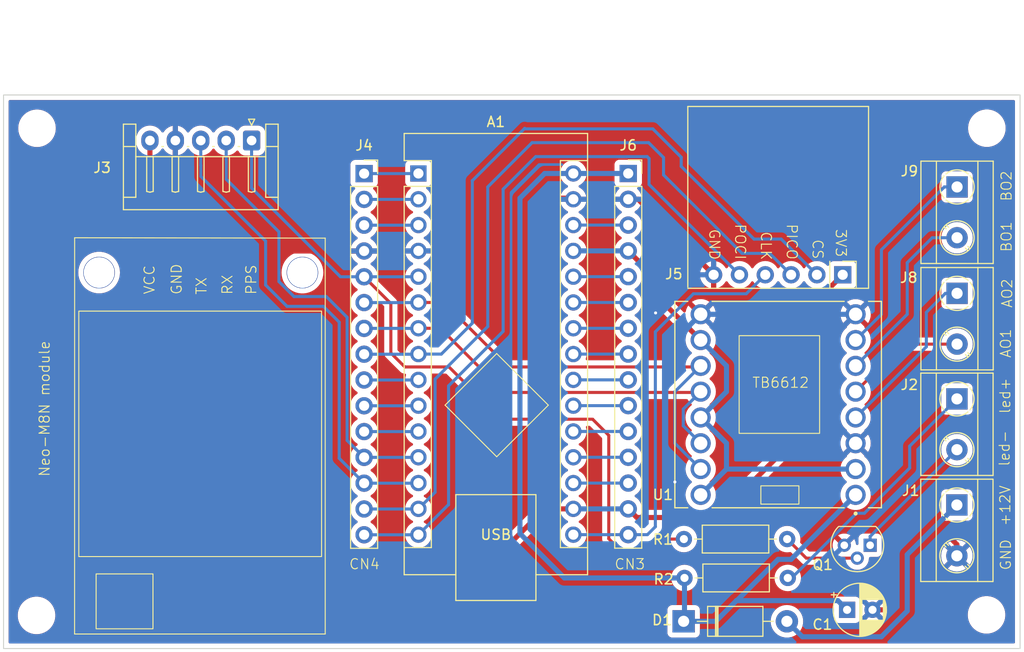
<source format=kicad_pcb>
(kicad_pcb (version 20240108) (generator "pcbnew") (generator_version "8.0")
  (layers (0 "F.Cu" signal) (31 "B.Cu" signal) (34 "B.Paste" user) (35 "F.Paste" user) (36 "B.SilkS" user "B.Silkscreen") (37 "F.SilkS" user "F.Silkscreen") (38 "B.Mask" user) (39 "F.Mask" user) (44 "Edge.Cuts" user))
  (net 0 "")
  (net 1 "/+12V")
  (net 2 "Net-(D1-A)")
  (net 3 "Net-(J2-Pin_1)")
  (net 4 "Net-(J2-Pin_2)")
  (net 5 "Net-(J8-Pin_2)")
  (net 6 "Net-(Q1-B)")
  (net 7 "/MCU_5V")
  (net 8 "/PA15")
  (net 9 "GND")
  (net 10 "/PA4")
  (net 11 "/PB7")
  (net 12 "/PA12")
  (net 13 "/NRSTA")
  (net 14 "/PA7")
  (net 15 "/PB4")
  (net 16 "/PA6{slash}PA15")
  (net 17 "/PA11")
  (net 18 "/PF0")
  (net 19 "/PB0")
  (net 20 "/PA10")
  (net 21 "/PA8")
  (net 22 "/AVDD")
  (net 23 "/PA9")
  (net 24 "/PB3{slash}PB8")
  (net 25 "/PA2")
  (net 26 "/PA0")
  (net 27 "Net-(J8-Pin_1)")
  (net 28 "Net-(J9-Pin_2)")
  (net 29 "Net-(J9-Pin_1)")
  (net 30 "/PA3")
  (net 31 "/PA1")
  (net 32 "/PB6")
  (net 33 "/MCU_3V3")
  (net 34 "/PB5")
  (net 35 "/PA5{slash}PB7")
  (net 36 "/PF1")
  (net 37 "/NRSTB")
  (footprint "Resistor_THT:R_Axial_DIN0207_L6.3mm_D2.5mm_P10.16mm_Horizontal" (layer "F.Cu") (at 117.727354 94.522835)
    (property "Reference" "R1" (at -2.061037 0.036544 0) (layer "F.SilkS"))
    (property "Value" "47k")
    (pad "1" thru_hole circle (at 0 0) (size 1.6 1.6) (drill 0.8) (layers "*.Cu" "*.Mask") (net 12 "/PA12"))
    (pad "2" thru_hole oval (at 10.16 0) (size 1.6 1.6) (drill 0.8) (layers "*.Cu" "*.Mask") (net 6 "Net-(Q1-B)"))
  )
  (footprint "Variants:TerminalBlock_RND_1x02_P5.00mm_Horizontal_Small_Courtyard" (layer "F.Cu") (at 144.602109 59.854998 -90)
    (property "Reference" "J9" (at -1.554758 4.689994 0) (layer "F.SilkS"))
    (property "Value" "LCD-B")
    (pad "1" thru_hole rect (at 0 0 270) (size 2.1 2.1) (drill 1.1) (layers "*.Cu" "*.Mask") (net 29 "Net-(J9-Pin_1)"))
    (pad "2" thru_hole circle (at 5 0 270) (size 2.1 2.1) (drill 1.1) (layers "*.Cu" "*.Mask") (net 28 "Net-(J9-Pin_2)"))
  )
  (footprint "TB6612_Module_ROB-144450:TB6612_Module_ROB-14450" (layer "F.Cu") (at 127 81.28 180)
    (property "Reference" "U1" (at 11.336696 -8.883344 0) (layer "F.SilkS"))
    (property "Value" "ROB-14450")
    (pad "1" thru_hole circle (at -7.62 -8.89 180) (size 1.98 1.98) (drill 1.32) (layers "*.Cu" "*.Mask") (net 1 "/+12V"))
    (pad "2" thru_hole circle (at -7.62 -6.35 180) (size 1.98 1.98) (drill 1.32) (layers "*.Cu" "*.Mask") (net 7 "/MCU_5V"))
    (pad "3" thru_hole circle (at -7.62 -3.81 180) (size 1.98 1.98) (drill 1.32) (layers "*.Cu" "*.Mask") (net 9 "GND"))
    (pad "4" thru_hole circle (at -7.62 -1.27 180) (size 1.98 1.98) (drill 1.32) (layers "*.Cu" "*.Mask") (net 27 "Net-(J8-Pin_1)"))
    (pad "5" thru_hole circle (at -7.62 1.27 180) (size 1.98 1.98) (drill 1.32) (layers "*.Cu" "*.Mask") (net 5 "Net-(J8-Pin_2)"))
    (pad "6" thru_hole circle (at -7.62 3.81 180) (size 1.98 1.98) (drill 1.32) (layers "*.Cu" "*.Mask") (net 28 "Net-(J9-Pin_2)"))
    (pad "7" thru_hole circle (at -7.62 6.35 180) (size 1.98 1.98) (drill 1.32) (layers "*.Cu" "*.Mask") (net 29 "Net-(J9-Pin_1)"))
    (pad "8" thru_hole circle (at -7.62 8.89 180) (size 1.98 1.98) (drill 1.32) (layers "*.Cu" "*.Mask") (net 9 "GND"))
    (pad "9" thru_hole circle (at 7.62 8.89 180) (size 1.98 1.98) (drill 1.32) (layers "*.Cu" "*.Mask") (net 9 "GND"))
    (pad "10" thru_hole circle (at 7.62 6.35 180) (size 1.98 1.98) (drill 1.32) (layers "*.Cu" "*.Mask") (net 7 "/MCU_5V"))
    (pad "11" thru_hole circle (at 7.62 3.81 180) (size 1.98 1.98) (drill 1.32) (layers "*.Cu" "*.Mask") (net 19 "/PB0"))
    (pad "12" thru_hole circle (at 7.62 1.27 180) (size 1.98 1.98) (drill 1.32) (layers "*.Cu" "*.Mask") (net 11 "/PB7"))
    (pad "13" thru_hole circle (at 7.62 -1.27 180) (size 1.98 1.98) (drill 1.32) (layers "*.Cu" "*.Mask") (net 7 "/MCU_5V"))
    (pad "14" thru_hole circle (at 7.62 -3.81 180) (size 1.98 1.98) (drill 1.32) (layers "*.Cu" "*.Mask") (net 11 "/PB7"))
    (pad "15" thru_hole circle (at 7.62 -6.35 180) (size 1.98 1.98) (drill 1.32) (layers "*.Cu" "*.Mask") (net 19 "/PB0"))
    (pad "16" thru_hole circle (at 7.62 -8.89 180) (size 1.98 1.98) (drill 1.32) (layers "*.Cu" "*.Mask") (net 7 "/MCU_5V"))
  )
  (footprint "Module:Arduino_Nano" (layer "F.Cu") (at 91.611924 58.529217)
    (property "Reference" "A1" (at 7.62 -5.08 0) (layer "F.SilkS"))
    (property "Value" "STM32G431 / Arduino Nano")
    (fp_text user "USB" (at 7.62 35.56 0) (layer "F.SilkS"))
    (pad "1" thru_hole rect (at 0 0) (size 1.6 1.6) (drill 1) (layers "*.Cu" "*.Mask") (net 23 "/PA9"))
    (pad "2" thru_hole oval (at 0 2.54) (size 1.6 1.6) (drill 1) (layers "*.Cu" "*.Mask") (net 20 "/PA10"))
    (pad "3" thru_hole oval (at 0 5.08) (size 1.6 1.6) (drill 1) (layers "*.Cu" "*.Mask") (net 13 "/NRSTA"))
    (pad "4" thru_hole oval (at 0 7.62) (size 1.6 1.6) (drill 1) (layers "*.Cu" "*.Mask") (net 9 "GND"))
    (pad "5" thru_hole oval (at 0 10.16) (size 1.6 1.6) (drill 1) (layers "*.Cu" "*.Mask") (net 12 "/PA12"))
    (pad "6" thru_hole oval (at 0 12.7) (size 1.6 1.6) (drill 1) (layers "*.Cu" "*.Mask") (net 19 "/PB0"))
    (pad "7" thru_hole oval (at 0 15.24) (size 1.6 1.6) (drill 1) (layers "*.Cu" "*.Mask") (net 11 "/PB7"))
    (pad "8" thru_hole oval (at 0 17.78) (size 1.6 1.6) (drill 1) (layers "*.Cu" "*.Mask") (net 8 "/PA15"))
    (pad "9" thru_hole oval (at 0 20.32) (size 1.6 1.6) (drill 1) (layers "*.Cu" "*.Mask") (net 32 "/PB6"))
    (pad "10" thru_hole oval (at 0 22.86) (size 1.6 1.6) (drill 1) (layers "*.Cu" "*.Mask") (net 18 "/PF0"))
    (pad "11" thru_hole oval (at 0 25.4) (size 1.6 1.6) (drill 1) (layers "*.Cu" "*.Mask") (net 36 "/PF1"))
    (pad "12" thru_hole oval (at 0 27.94) (size 1.6 1.6) (drill 1) (layers "*.Cu" "*.Mask") (net 21 "/PA8"))
    (pad "13" thru_hole oval (at 0 30.48) (size 1.6 1.6) (drill 1) (layers "*.Cu" "*.Mask") (net 17 "/PA11"))
    (pad "14" thru_hole oval (at 0 33.02) (size 1.6 1.6) (drill 1) (layers "*.Cu" "*.Mask") (net 34 "/PB5"))
    (pad "15" thru_hole oval (at 0 35.56) (size 1.6 1.6) (drill 1) (layers "*.Cu" "*.Mask") (net 15 "/PB4"))
    (pad "16" thru_hole oval (at 15.24 35.56) (size 1.6 1.6) (drill 1) (layers "*.Cu" "*.Mask") (net 24 "/PB3{slash}PB8"))
    (pad "17" thru_hole oval (at 15.24 33.02) (size 1.6 1.6) (drill 1) (layers "*.Cu" "*.Mask") (net 33 "/MCU_3V3"))
    (pad "18" thru_hole oval (at 15.24 30.48) (size 1.6 1.6) (drill 1) (layers "*.Cu" "*.Mask") (net 22 "/AVDD"))
    (pad "19" thru_hole oval (at 15.24 27.94) (size 1.6 1.6) (drill 1) (layers "*.Cu" "*.Mask") (net 26 "/PA0"))
    (pad "20" thru_hole oval (at 15.24 25.4) (size 1.6 1.6) (drill 1) (layers "*.Cu" "*.Mask") (net 31 "/PA1"))
    (pad "21" thru_hole oval (at 15.24 22.86) (size 1.6 1.6) (drill 1) (layers "*.Cu" "*.Mask") (net 30 "/PA3"))
    (pad "22" thru_hole oval (at 15.24 20.32) (size 1.6 1.6) (drill 1) (layers "*.Cu" "*.Mask") (net 10 "/PA4"))
    (pad "23" thru_hole oval (at 15.24 17.78) (size 1.6 1.6) (drill 1) (layers "*.Cu" "*.Mask") (net 35 "/PA5{slash}PB7"))
    (pad "24" thru_hole oval (at 15.24 15.24) (size 1.6 1.6) (drill 1) (layers "*.Cu" "*.Mask") (net 16 "/PA6{slash}PA15"))
    (pad "25" thru_hole oval (at 15.24 12.7) (size 1.6 1.6) (drill 1) (layers "*.Cu" "*.Mask") (net 14 "/PA7"))
    (pad "26" thru_hole oval (at 15.24 10.16) (size 1.6 1.6) (drill 1) (layers "*.Cu" "*.Mask") (net 25 "/PA2"))
    (pad "27" thru_hole oval (at 15.24 7.62) (size 1.6 1.6) (drill 1) (layers "*.Cu" "*.Mask") (net 7 "/MCU_5V"))
    (pad "28" thru_hole oval (at 15.24 5.08) (size 1.6 1.6) (drill 1) (layers "*.Cu" "*.Mask") (net 37 "/NRSTB"))
    (pad "29" thru_hole oval (at 15.24 2.54) (size 1.6 1.6) (drill 1) (layers "*.Cu" "*.Mask") (net 9 "GND"))
    (pad "30" thru_hole oval (at 15.24 0) (size 1.6 1.6) (drill 1) (layers "*.Cu" "*.Mask") (net 1 "/+12V"))
  )
  (footprint "MountingHole:MountingHole_3.2mm_M3_ISO14580" (layer "F.Cu") (at 54.044886 102.037786)
    (property "Reference" "H3" (hide yes))
    (property "Value" "Hole")
    (pad "" np_thru_hole circle (at 0 0) (size 3.2 3.2) (drill 3.2) (layers "*.Cu" "*.Mask"))
  )
  (footprint "Variants:TerminalBlock_RND_1x02_P5.00mm_Horizontal_Small_Courtyard" (layer "F.Cu") (at 144.583038 91.166586 -90)
    (property "Reference" "J1" (at -1.409074 4.544589 180) (layer "F.SilkS"))
    (property "Value" "12V/1A power in")
    (pad "1" thru_hole rect (at 0 0 270) (size 2.1 2.1) (drill 1.1) (layers "*.Cu" "*.Mask") (net 2 "Net-(D1-A)"))
    (pad "2" thru_hole circle (at 5 0 270) (size 2.1 2.1) (drill 1.1) (layers "*.Cu" "*.Mask") (net 9 "GND"))
  )
  (footprint "MountingHole:MountingHole_3.2mm_M3_ISO14580" (layer "F.Cu") (at 54.092568 54.079274)
    (property "Reference" "H1" (hide yes))
    (property "Value" "Hole")
    (pad "" np_thru_hole circle (at 0 0) (size 3.2 3.2) (drill 3.2) (layers "*.Cu" "*.Mask"))
  )
  (footprint "MountingHole:MountingHole_3.2mm_M3_ISO14580" (layer "F.Cu") (at 147.533509 54.071254)
    (property "Reference" "H2" (hide yes))
    (property "Value" "Hole")
    (pad "" np_thru_hole circle (at 0 0) (size 3.2 3.2) (drill 3.2) (layers "*.Cu" "*.Mask"))
  )
  (footprint "Resistor_THT:R_Axial_DIN0207_L6.3mm_D2.5mm_P10.16mm_Horizontal" (layer "F.Cu") (at 117.78738 98.349412)
    (property "Reference" "R2" (at -2.057895 0.126334 0) (layer "F.SilkS"))
    (property "Value" "1k5")
    (pad "1" thru_hole circle (at 0 0) (size 1.6 1.6) (drill 0.8) (layers "*.Cu" "*.Mask") (net 1 "/+12V"))
    (pad "2" thru_hole oval (at 10.16 0) (size 1.6 1.6) (drill 0.8) (layers "*.Cu" "*.Mask") (net 3 "Net-(J2-Pin_1)"))
  )
  (footprint "Connector_PinSocket_2.54mm:PinSocket_1x15_P2.54mm_Vertical" (layer "F.Cu") (at 112.251848 58.529217)
    (property "Reference" "J6" (at 0 -2.77 0) (layer "F.SilkS"))
    (property "Value" "CN3")
    (pad "1" thru_hole rect (at 0 0) (size 1.7 1.7) (drill 1) (layers "*.Cu" "*.Mask") (net 1 "/+12V"))
    (pad "2" thru_hole oval (at 0 2.54) (size 1.7 1.7) (drill 1) (layers "*.Cu" "*.Mask") (net 9 "GND"))
    (pad "3" thru_hole oval (at 0 5.08) (size 1.7 1.7) (drill 1) (layers "*.Cu" "*.Mask") (net 37 "/NRSTB"))
    (pad "4" thru_hole oval (at 0 7.62) (size 1.7 1.7) (drill 1) (layers "*.Cu" "*.Mask") (net 7 "/MCU_5V"))
    (pad "5" thru_hole oval (at 0 10.16) (size 1.7 1.7) (drill 1) (layers "*.Cu" "*.Mask") (net 25 "/PA2"))
    (pad "6" thru_hole oval (at 0 12.7) (size 1.7 1.7) (drill 1) (layers "*.Cu" "*.Mask") (net 14 "/PA7"))
    (pad "7" thru_hole oval (at 0 15.24) (size 1.7 1.7) (drill 1) (layers "*.Cu" "*.Mask") (net 16 "/PA6{slash}PA15"))
    (pad "8" thru_hole oval (at 0 17.78) (size 1.7 1.7) (drill 1) (layers "*.Cu" "*.Mask") (net 35 "/PA5{slash}PB7"))
    (pad "9" thru_hole oval (at 0 20.32) (size 1.7 1.7) (drill 1) (layers "*.Cu" "*.Mask") (net 10 "/PA4"))
    (pad "10" thru_hole oval (at 0 22.86) (size 1.7 1.7) (drill 1) (layers "*.Cu" "*.Mask") (net 30 "/PA3"))
    (pad "11" thru_hole oval (at 0 25.4) (size 1.7 1.7) (drill 1) (layers "*.Cu" "*.Mask") (net 31 "/PA1"))
    (pad "12" thru_hole oval (at 0 27.94) (size 1.7 1.7) (drill 1) (layers "*.Cu" "*.Mask") (net 26 "/PA0"))
    (pad "13" thru_hole oval (at 0 30.48) (size 1.7 1.7) (drill 1) (layers "*.Cu" "*.Mask") (net 22 "/AVDD"))
    (pad "14" thru_hole oval (at 0 33.02) (size 1.7 1.7) (drill 1) (layers "*.Cu" "*.Mask") (net 33 "/MCU_3V3"))
    (pad "15" thru_hole oval (at 0 35.56) (size 1.7 1.7) (drill 1) (layers "*.Cu" "*.Mask") (net 24 "/PB3{slash}PB8"))
  )
  (footprint "Connector_PinSocket_2.54mm:PinSocket_1x15_P2.54mm_Vertical" (layer "F.Cu") (at 86.269002 58.540138)
    (property "Reference" "J4" (at 0 -2.77 0) (layer "F.SilkS"))
    (property "Value" "CN4")
    (pad "1" thru_hole rect (at 0 0) (size 1.7 1.7) (drill 1) (layers "*.Cu" "*.Mask") (net 23 "/PA9"))
    (pad "2" thru_hole oval (at 0 2.54) (size 1.7 1.7) (drill 1) (layers "*.Cu" "*.Mask") (net 20 "/PA10"))
    (pad "3" thru_hole oval (at 0 5.08) (size 1.7 1.7) (drill 1) (layers "*.Cu" "*.Mask") (net 13 "/NRSTA"))
    (pad "4" thru_hole oval (at 0 7.62) (size 1.7 1.7) (drill 1) (layers "*.Cu" "*.Mask") (net 9 "GND"))
    (pad "5" thru_hole oval (at 0 10.16) (size 1.7 1.7) (drill 1) (layers "*.Cu" "*.Mask") (net 12 "/PA12"))
    (pad "6" thru_hole oval (at 0 12.7) (size 1.7 1.7) (drill 1) (layers "*.Cu" "*.Mask") (net 19 "/PB0"))
    (pad "7" thru_hole oval (at 0 15.24) (size 1.7 1.7) (drill 1) (layers "*.Cu" "*.Mask") (net 11 "/PB7"))
    (pad "8" thru_hole oval (at 0 17.78) (size 1.7 1.7) (drill 1) (layers "*.Cu" "*.Mask") (net 8 "/PA15"))
    (pad "9" thru_hole oval (at 0 20.32) (size 1.7 1.7) (drill 1) (layers "*.Cu" "*.Mask") (net 32 "/PB6"))
    (pad "10" thru_hole oval (at 0 22.86) (size 1.7 1.7) (drill 1) (layers "*.Cu" "*.Mask") (net 18 "/PF0"))
    (pad "11" thru_hole oval (at 0 25.4) (size 1.7 1.7) (drill 1) (layers "*.Cu" "*.Mask") (net 36 "/PF1"))
    (pad "12" thru_hole oval (at 0 27.94) (size 1.7 1.7) (drill 1) (layers "*.Cu" "*.Mask") (net 21 "/PA8"))
    (pad "13" thru_hole oval (at 0 30.48) (size 1.7 1.7) (drill 1) (layers "*.Cu" "*.Mask") (net 17 "/PA11"))
    (pad "14" thru_hole oval (at 0 33.02) (size 1.7 1.7) (drill 1) (layers "*.Cu" "*.Mask") (net 34 "/PB5"))
    (pad "15" thru_hole oval (at 0 35.56) (size 1.7 1.7) (drill 1) (layers "*.Cu" "*.Mask") (net 15 "/PB4"))
  )
  (footprint "MountingHole:MountingHole_3.2mm_M3_ISO14580" (layer "F.Cu") (at 147.501716 101.984305)
    (property "Reference" "H4" (hide yes))
    (property "Value" "Hole")
    (pad "" np_thru_hole circle (at 0 0) (size 3.2 3.2) (drill 3.2) (layers "*.Cu" "*.Mask"))
  )
  (footprint "Diode_THT:D_DO-41_SOD81_P10.16mm_Horizontal" (layer "F.Cu") (at 117.701476 102.620026)
    (property "Reference" "D1" (at -2.121063 -0.126335 0) (layer "F.SilkS"))
    (property "Value" "1N5818")
    (pad "1" thru_hole rect (at 0 0) (size 2.2 2.2) (drill 1.1) (layers "*.Cu" "*.Mask") (net 1 "/+12V"))
    (pad "2" thru_hole oval (at 10.16 0) (size 2.2 2.2) (drill 1.1) (layers "*.Cu" "*.Mask") (net 2 "Net-(D1-A)"))
  )
  (footprint "Capacitor_THT:CP_Radial_D5.0mm_P2.50mm" (layer "F.Cu") (at 133.78319 101.487959)
    (property "Reference" "C1" (at -2.427042 1.452846 0) (layer "F.SilkS"))
    (property "Value" "47uF")
    (pad "1" thru_hole rect (at 0 0) (size 1.6 1.6) (drill 0.8) (layers "*.Cu" "*.Mask") (net 1 "/+12V"))
    (pad "2" thru_hole circle (at 2.5 0) (size 1.6 1.6) (drill 0.8) (layers "*.Cu" "*.Mask") (net 9 "GND"))
  )
  (footprint "Variants:TerminalBlock_RND_1x02_P5.00mm_Horizontal_Small_Courtyard" (layer "F.Cu") (at 144.602109 70.329489 -90)
    (property "Reference" "J8" (at -1.543491 4.753161 180) (layer "F.SilkS"))
    (property "Value" "LCD-A")
    (pad "1" thru_hole rect (at 0 0 270) (size 2.1 2.1) (drill 1.1) (layers "*.Cu" "*.Mask") (net 27 "Net-(J8-Pin_1)"))
    (pad "2" thru_hole circle (at 5 0 270) (size 2.1 2.1) (drill 1.1) (layers "*.Cu" "*.Mask") (net 5 "Net-(J8-Pin_2)"))
  )
  (footprint "Neo-M8N_Module:Neo-M8N_1x05_P2.50mm_Horizontal" (layer "F.Cu") (at 75.201205 55.284881 180)
    (property "Reference" "J3" (at 14.70335 -2.680946 0) (layer "F.SilkS"))
    (property "Value" "Onboard Neo_M8N")
    (fp_text user "VCC" (at 9.463369 -15.200258 90) (layer "F.SilkS") (effects (font (thickness 0.1)) (justify left bottom)))
    (fp_text user "GND" (at 6.793696 -15.24 90) (layer "F.SilkS") (effects (font (thickness 0.1)) (justify left bottom)))
    (fp_text user "PPS" (at -0.548497 -15.24 90) (layer "F.SilkS") (effects (font (thickness 0.1)) (justify left bottom)))
    (fp_text user "RX" (at 1.796925 -15.24 90) (layer "F.SilkS") (effects (font (thickness 0.1)) (justify left bottom)))
    (fp_text user "TX" (at 4.346298 -15.24 90) (layer "F.SilkS") (effects (font (thickness 0.1)) (justify left bottom)))
    (fp_text user "Neo-M8N module" (at 19.78335 -33.160946 90) (layer "F.SilkS") (effects (font (thickness 0.1)) (justify left bottom)))
    (pad "1" thru_hole roundrect (at 0 0 180) (size 1.7 1.95) (drill 0.95) (layers "*.Cu" "*.Mask") (roundrect_rratio 0.147059) (net 12 "/PA12"))
    (pad "2" thru_hole oval (at 2.5 0 180) (size 1.7 1.95) (drill 0.95) (layers "*.Cu" "*.Mask") (net 21 "/PA8"))
    (pad "3" thru_hole oval (at 5 0 180) (size 1.7 1.95) (drill 0.95) (layers "*.Cu" "*.Mask") (net 17 "/PA11"))
    (pad "4" thru_hole oval (at 7.5 0 180) (size 1.7 1.95) (drill 0.95) (layers "*.Cu" "*.Mask") (net 9 "GND"))
    (pad "5" thru_hole oval (at 10 0 180) (size 1.7 1.95) (drill 0.95) (layers "*.Cu" "*.Mask") (net 33 "/MCU_3V3"))
    (pad "TH" thru_hole circle (at -5 -13 180) (size 3.1 3.1) (drill 3) (layers "*.Cu" "*.Mask"))
    (pad "TH" thru_hole circle (at 15 -13 180) (size 3.1 3.1) (drill 3) (layers "*.Cu" "*.Mask"))
  )
  (footprint "Package_TO_SOT_THT:TO-92" (layer "F.Cu") (at 136.049776 95.131087 180)
    (property "Reference" "Q1" (at 4.662509 -1.920919 180) (layer "F.SilkS"))
    (property "Value" "BC547")
    (pad "1" thru_hole rect (at 0 0 180) (size 1.3 1.3) (drill 0.75) (layers "*.Cu" "*.Mask") (net 4 "Net-(J2-Pin_2)"))
    (pad "2" thru_hole circle (at 1.27 -1.27 180) (size 1.3 1.3) (drill 0.75) (layers "*.Cu" "*.Mask") (net 6 "Net-(Q1-B)"))
    (pad "3" thru_hole circle (at 2.54 0 180) (size 1.3 1.3) (drill 0.75) (layers "*.Cu" "*.Mask") (net 9 "GND"))
  )
  (footprint "SDcard_IPC_breakout:SDcard_IPC_breakout_1x06_P2.54mm_Vertical" (layer "F.Cu") (at 133.353367 68.502584 -90)
    (property "Reference" "J5" (at -0.068762 16.61622 0) (layer "F.SilkS"))
    (property "Value" "Onboard SD-card")
    (fp_text user "POCI" (at -5.08 10.668 -90) (layer "F.SilkS") (effects (font (thickness 0.1)) (justify left bottom)))
    (fp_text user "CLK" (at -4.318 8.128 -90) (layer "F.SilkS") (effects (font (thickness 0.1)) (justify left bottom)))
    (fp_text user "PICO" (at -5.08 5.588 -90) (layer "F.SilkS") (effects (font (thickness 0.1)) (justify left bottom)))
    (fp_text user "3V3" (at -4.572 0.762 -90) (layer "F.SilkS") (effects (font (thickness 0.1)) (justify left bottom)))
    (fp_text user "GND" (at -4.572 13.208 -90) (layer "F.SilkS") (effects (font (thickness 0.1)) (justify left bottom)))
    (fp_text user "CS" (at -3.556 3.048 -90) (layer "F.SilkS") (effects (font (thickness 0.1)) (justify left bottom)))
    (pad "1" thru_hole rect (at 0 0 270) (size 1.7 1.7) (drill 1) (layers "*.Cu" "*.Mask") (net 33 "/MCU_3V3"))
    (pad "2" thru_hole oval (at 0 2.54 270) (size 1.7 1.7) (drill 1) (layers "*.Cu" "*.Mask") (net 8 "/PA15"))
    (pad "3" thru_hole oval (at 0 5.08 270) (size 1.7 1.7) (drill 1) (layers "*.Cu" "*.Mask") (net 34 "/PB5"))
    (pad "4" thru_hole oval (at 0 7.62 270) (size 1.7 1.7) (drill 1) (layers "*.Cu" "*.Mask") (net 24 "/PB3{slash}PB8"))
    (pad "5" thru_hole oval (at 0 10.16 270) (size 1.7 1.7) (drill 1) (layers "*.Cu" "*.Mask") (net 15 "/PB4"))
    (pad "6" thru_hole oval (at 0 12.7 270) (size 1.7 1.7) (drill 1) (layers "*.Cu" "*.Mask") (net 9 "GND"))
  )
  (footprint "Variants:TerminalBlock_RND_1x02_P5.00mm_Horizontal_Small_Courtyard" (layer "F.Cu") (at 144.590135 80.721238 -90)
    (property "Reference" "J2" (at -1.386316 4.67802 180) (layer "F.SilkS"))
    (property "Value" "PPS")
    (pad "1" thru_hole rect (at 0 0 270) (size 2.1 2.1) (drill 1.1) (layers "*.Cu" "*.Mask") (net 3 "Net-(J2-Pin_1)"))
    (pad "2" thru_hole circle (at 5 0 270) (size 2.1 2.1) (drill 1.1) (layers "*.Cu" "*.Mask") (net 4 "Net-(J2-Pin_2)"))
  )
  (gr_line (start 94.232307 81.338307) (end 99.312307 76.258307) (stroke (width 0.1)) (layer "F.SilkS"))
  (gr_rect (start 59.907076 97.951538) (end 65.498461 103.353384) (stroke (width 0.1)) (fill none) (layer "F.SilkS"))
  (gr_rect (start 125.297846 89.280153) (end 129.04123 91.080769) (stroke (width 0.1)) (fill none) (layer "F.SilkS"))
  (gr_rect (start 123.165538 74.496153) (end 131.078769 84.11523) (stroke (width 0.1)) (fill none) (layer "F.SilkS"))
  (gr_line (start 104.392307 81.338307) (end 99.312307 86.418307) (stroke (width 0.1)) (layer "F.SilkS"))
  (gr_rect (start 58.20123 72.079538) (end 82.083076 96.245692) (stroke (width 0.1)) (fill none) (layer "F.SilkS"))
  (gr_line (start 99.312307 86.418307) (end 94.232307 81.338307) (stroke (width 0.1)) (layer "F.SilkS"))
  (gr_line (start 99.312307 76.258307) (end 104.392307 81.338307) (stroke (width 0.1)) (layer "F.SilkS"))
  (gr_rect (start 50.8 50.8) (end 150.8 105.3) (stroke (width 0.1)) (fill none) (layer "Edge.Cuts"))
  (gr_text "AO2" (at 150.109297 71.816961 90) (layer "F.SilkS") (effects (font (size 1 1) (thickness 0.1)) (justify left bottom)))
  (gr_text "TB6612" (at 124.397538 79.708461 0) (layer "F.SilkS") (effects (font (size 1 1) (thickness 0.1)) (justify left bottom)))
  (gr_text "CN3" (at 110.845538 97.572461 0) (layer "F.SilkS") (effects (font (size 1 1) (thickness 0.1)) (justify left bottom)))
  (gr_text "led+" (at 149.919795 82.239551 90) (layer "F.SilkS") (effects (font (size 1 1) (thickness 0.1)) (justify left bottom)))
  (gr_text "GND" (at 149.982962 97.652351 90) (layer "F.SilkS") (effects (font (size 1 1) (thickness 0.1)) (justify left bottom)))
  (gr_text "BO1" (at 150.046129 66.321414 90) (layer "F.SilkS") (effects (font (size 1 1) (thickness 0.1)) (justify left bottom)))
  (gr_text "BO2" (at 150.046129 61.331204 90) (layer "F.SilkS") (effects (font (size 1 1) (thickness 0.1)) (justify left bottom)))
  (gr_text "+12V" (at 149.919795 93.293814 90) (layer "F.SilkS") (effects (font (size 1 1) (thickness 0.1)) (justify left bottom)))
  (gr_text "AO1" (at 149.982962 76.744004 90) (layer "F.SilkS") (effects (font (size 1 1) (thickness 0.1)) (justify left bottom)))
  (gr_text "led-" (at 149.856628 87.419263 90) (layer "F.SilkS") (effects (font (size 1 1) (thickness 0.1)) (justify left bottom)))
  (gr_text "CN4" (at 84.736615 97.572461 0) (layer "F.SilkS") (effects (font (size 1 1) (thickness 0.1)) (justify left bottom)))
  (segment (start 125.15206 100.581093) (end 132.876324 100.581093) (width 0.5) (layer "B.Cu") (net 1))
  (segment (start 128.27 96.52) (end 127 96.52) (width 0.5) (layer "B.Cu") (net 1))
  (segment (start 106.851924 58.529217) (end 104.030783 58.529217) (width 0.5) (layer "B.Cu") (net 1))
  (segment (start 101.6 60.96) (end 101.6 93.98) (width 0.5) (layer "B.Cu") (net 1))
  (segment (start 104.030783 58.529217) (end 101.6 60.96) (width 0.5) (layer "B.Cu") (net 1))
  (segment (start 117.78738 98.349412) (end 117.78738 102.534122) (width 0.5) (layer "B.Cu") (net 1))
  (segment (start 105.969412 98.349412) (end 117.78738 98.349412) (width 0.5) (layer "B.Cu") (net 1))
  (segment (start 122.938907 100.581093) (end 122.897814 100.581093) (width 0.5) (layer "B.Cu") (net 1))
  (segment (start 132.876324 100.581093) (end 133.78319 101.487959) (width 0.5) (layer "B.Cu") (net 1))
  (segment (start 106.851924 58.529217) (end 112.251848 58.529217) (width 0.5) (layer "B.Cu") (net 1))
  (segment (start 122.897814 100.581093) (end 125.15206 100.581093) (width 0.5) (layer "B.Cu") (net 1))
  (segment (start 127 96.52) (end 122.938907 100.581093) (width 0.5) (layer "B.Cu") (net 1))
  (segment (start 134.62 90.17) (end 128.27 96.52) (width 0.5) (layer "B.Cu") (net 1))
  (segment (start 120.858881 102.620026) (end 122.897814 100.581093) (width 0.5) (layer "B.Cu") (net 1))
  (segment (start 117.701476 102.620026) (end 120.858881 102.620026) (width 0.5) (layer "B.Cu") (net 1))
  (segment (start 101.6 93.98) (end 105.969412 98.349412) (width 0.5) (layer "B.Cu") (net 1))
  (segment (start 117.78738 102.534122) (end 117.701476 102.620026) (width 0.5) (layer "B.Cu") (net 1))
  (segment (start 139.7 101.6) (end 139.7 96.049624) (width 0.5) (layer "B.Cu") (net 2))
  (segment (start 127.861476 102.620026) (end 129.38145 104.14) (width 0.5) (layer "B.Cu") (net 2))
  (segment (start 139.7 96.049624) (end 144.583038 91.166586) (width 0.5) (layer "B.Cu") (net 2))
  (segment (start 137.16 104.14) (end 139.7 101.6) (width 0.5) (layer "B.Cu") (net 2))
  (segment (start 129.38145 104.14) (end 137.16 104.14) (width 0.5) (layer "B.Cu") (net 2))
  (segment (start 128.335635 98.349412) (end 134.703971 91.981076) (width 0.3) (layer "B.Cu") (net 3))
  (segment (start 139.939692 87.526922) (end 139.939692 85.371681) (width 0.3) (layer "B.Cu") (net 3))
  (segment (start 134.703971 91.981076) (end 135.485538 91.981076) (width 0.3) (layer "B.Cu") (net 3))
  (segment (start 139.939692 85.371681) (end 144.590135 80.721238) (width 0.3) (layer "B.Cu") (net 3))
  (segment (start 135.485538 91.981076) (end 139.939692 87.526922) (width 0.3) (layer "B.Cu") (net 3))
  (segment (start 127.94738 98.349412) (end 128.335635 98.349412) (width 0.3) (layer "B.Cu") (net 3))
  (segment (start 136.049776 94.261597) (end 144.590135 85.721238) (width 0.3) (layer "B.Cu") (net 4))
  (segment (start 136.049776 95.131087) (end 136.049776 94.261597) (width 0.3) (layer "B.Cu") (net 4))
  (segment (start 139.300511 75.329489) (end 144.602109 75.329489) (width 0.3) (layer "F.Cu") (net 5))
  (segment (start 134.62 80.01) (end 139.300511 75.329489) (width 0.3) (layer "F.Cu") (net 5))
  (segment (start 134.779776 96.401087) (end 129.765606 96.401087) (width 0.3) (layer "F.Cu") (net 6))
  (segment (start 129.765606 96.401087) (end 127.887354 94.522835) (width 0.3) (layer "F.Cu") (net 6))
  (segment (start 115.678769 69.576138) (end 112.251848 66.149217) (width 0.5) (layer "F.Cu") (net 7))
  (segment (start 115.678769 71.228769) (end 115.678769 69.576138) (width 0.5) (layer "F.Cu") (net 7))
  (segment (start 119.38 74.93) (end 115.678769 71.228769) (width 0.5) (layer "F.Cu") (net 7))
  (segment (start 119.38 90.17) (end 121.92 87.63) (width 0.5) (layer "B.Cu") (net 7))
  (segment (start 119.38 82.55) (end 121.92 85.09) (width 0.5) (layer "B.Cu") (net 7))
  (segment (start 121.92 77.47) (end 121.92 80.01) (width 0.5) (layer "B.Cu") (net 7))
  (segment (start 121.92 87.63) (end 134.62 87.63) (width 0.5) (layer "B.Cu") (net 7))
  (segment (start 121.92 85.09) (end 121.92 87.63) (width 0.5) (layer "B.Cu") (net 7))
  (segment (start 119.38 74.93) (end 121.92 77.47) (width 0.5) (layer "B.Cu") (net 7))
  (segment (start 106.851924 66.149217) (end 112.251848 66.149217) (width 0.5) (layer "B.Cu") (net 7))
  (segment (start 121.92 80.01) (end 119.38 82.55) (width 0.5) (layer "B.Cu") (net 7))
  (segment (start 93.869398 76.309217) (end 91.611924 76.309217) (width 0.3) (layer "B.Cu") (net 8))
  (segment (start 96.916769 59.238307) (end 96.914461 59.238307) (width 0.3) (layer "B.Cu") (net 8))
  (segment (start 130.813367 68.502584) (end 127.298475 64.987692) (width 0.3) (layer "B.Cu") (net 8))
  (segment (start 91.601003 76.320138) (end 91.611924 76.309217) (width 0.3) (layer "B.Cu") (net 8))
  (segment (start 96.914461 59.238307) (end 96.914461 73.264154) (width 0.3) (layer "B.Cu") (net 8))
  (segment (start 96.914461 73.264154) (end 93.869398 76.309217) (width 0.3) (layer "B.Cu") (net 8))
  (segment (start 102.065846 54.08923) (end 96.916769 59.238307) (width 0.3) (layer "B.Cu") (net 8))
  (segment (start 127.298475 64.987692) (end 124.620923 64.987692) (width 0.3) (layer "B.Cu") (net 8))
  (segment (start 102.113231 54.136615) (end 102.065846 54.08923) (width 0.3) (layer "B.Cu") (net 8))
  (segment (start 86.269002 76.320138) (end 91.601003 76.320138) (width 0.3) (layer "B.Cu") (net 8))
  (segment (start 124.620923 64.987692) (end 117.465846 57.832615) (width 0.3) (layer "B.Cu") (net 8))
  (segment (start 117.465846 57.832615) (end 117.465846 56.932307) (width 0.3) (layer "B.Cu") (net 8))
  (segment (start 117.465846 56.932307) (end 114.670154 54.136615) (width 0.3) (layer "B.Cu") (net 8))
  (segment (start 114.670154 54.136615) (end 102.113231 54.136615) (width 0.3) (layer "B.Cu") (net 8))
  (segment (start 91.611924 66.149217) (end 98.950783 66.149217) (width 0.5) (layer "F.Cu") (net 9))
  (segment (start 106.789217 61.069217) (end 106.851924 61.069217) (width 0.5) (layer "F.Cu") (net 9))
  (segment (start 120.653367 68.502584) (end 120.653367 71.116633) (width 0.5) (layer "F.Cu") (net 9))
  (segment (start 67.701205 55.284881) (end 67.701205 60.081205) (width 0.5) (layer "F.Cu") (net 9))
  (segment (start 113.22 61.069217) (end 112.251848 61.069217) (width 0.5) (layer "F.Cu") (net 9))
  (segment (start 73.780138 66.160138) (end 86.269002 66.160138) (width 0.5) (layer "F.Cu") (net 9))
  (segment (start 139.261665 101.487959) (end 144.583038 96.166586) (width 0.5) (layer "F.Cu") (net 9))
  (segment (start 135.295863 93.345) (end 142.875 93.345) (width 0.5) (layer "F.Cu") (net 9))
  (segment (start 106.68 60.96) (end 106.789217 61.069217) (width 0.5) (layer "F.Cu") (net 9))
  (segment (start 136.28319 101.487959) (end 139.261665 101.487959) (width 0.5) (layer "F.Cu") (net 9))
  (segment (start 144.583038 95.053038) (end 142.875 93.345) (width 0.5) (layer "F.Cu") (net 9))
  (segment (start 120.653367 71.116633) (end 119.38 72.39) (width 0.5) (layer "F.Cu") (net 9))
  (segment (start 139.065 89.575863) (end 139.065 89.535) (width 0.5) (layer "F.Cu") (net 9))
  (segment (start 142.875 93.345) (end 139.065 89.535) (width 0.5) (layer "F.Cu") (net 9))
  (segment (start 120.653367 68.502584) (end 113.22 61.069217) (width 0.5) (layer "F.Cu") (net 9))
  (segment (start 139.065 89.535) (end 134.62 85.09) (width 0.5) (layer "F.Cu") (net 9))
  (segment (start 98.950783 66.149217) (end 104.14 60.96) (width 0.5) (layer "F.Cu") (net 9))
  (segment (start 144.583038 96.166586) (end 144.583038 95.053038) (width 0.5) (layer "F.Cu") (net 9))
  (segment (start 133.509776 95.131087) (end 135.295863 93.345) (width 0.5) (layer "F.Cu") (net 9))
  (segment (start 104.14 60.96) (end 106.68 60.96) (width 0.5) (layer "F.Cu") (net 9))
  (segment (start 67.701205 60.081205) (end 73.780138 66.160138) (width 0.5) (layer "F.Cu") (net 9))
  (via (at 114.943692 72.25723) (size 0.7) (drill 0.3) (layers "F.Cu" "B.Cu") (net 9))
  (via (at 116.84 88.9) (size 0.7) (drill 0.3) (layers "F.Cu" "B.Cu") (net 9))
  (segment (start 91.601003 66.160138) (end 91.611924 66.149217) (width 0.5) (layer "B.Cu") (net 9))
  (segment (start 106.851924 61.069217) (end 112.251848 61.069217) (width 0.5) (layer "B.Cu") (net 9))
  (segment (start 119.38 72.39) (end 134.62 72.39) (width 0.5) (layer "B.Cu") (net 9))
  (segment (start 86.269002 66.160138) (end 91.601003 66.160138) (width 0.5) (layer "B.Cu") (net 9))
  (segment (start 121.92 72.39) (end 119.38 72.39) (width 0.5) (layer "B.Cu") (net 9))
  (segment (start 134.62 85.09) (end 121.92 72.39) (width 0.5) (layer "B.Cu") (net 9))
  (segment (start 106.851924 78.849217) (end 112.251848 78.849217) (width 0.3) (layer "B.Cu") (net 10))
  (segment (start 119.379104 80.087538) (end 100.08923 80.087538) (width 0.3) (layer "F.Cu") (net 11))
  (segment (start 93.770909 73.769217) (end 91.611924 73.769217) (width 0.3) (layer "F.Cu") (net 11))
  (segment (start 119.38 80.01) (end 119.340783 80.049217) (width 0.3) (layer "F.Cu") (net 11))
  (segment (start 100.050909 80.049217) (end 93.770909 73.769217) (width 0.3) (layer "F.Cu") (net 11))
  (segment (start 91.601003 73.780138) (end 91.611924 73.769217) (width 0.3) (layer "B.Cu") (net 11))
  (segment (start 119.38 85.09) (end 117.668923 83.378923) (width 0.3) (layer "B.Cu") (net 11))
  (segment (start 117.668923 83.378923) (end 117.668923 81.721077) (width 0.3) (layer "B.Cu") (net 11))
  (segment (start 86.269002 73.780138) (end 91.601003 73.780138) (width 0.3) (layer "B.Cu") (net 11))
  (segment (start 117.668923 81.721077) (end 119.38 80.01) (width 0.3) (layer "B.Cu") (net 11))
  (segment (start 117.727354 94.522835) (end 115.885318 94.522835) (width 0.3) (layer "F.Cu") (net 12))
  (segment (start 114.776092 95.627323) (end 111.475138 95.627323) (width 0.3) (layer "F.Cu") (net 12))
  (segment (start 114.778461 95.629692) (end 114.776092 95.627323) (width 0.3) (layer "F.Cu") (net 12))
  (segment (start 110.337907 94.490092) (end 110.337907 84.311876) (width 0.3) (layer "F.Cu") (net 12))
  (segment (start 94.618061 77.576153) (end 90.276153 77.576153) (width 0.3) (layer "F.Cu") (net 12))
  (segment (start 111.475138 95.627323) (end 110.337907 94.490092) (width 0.3) (layer "F.Cu") (net 12))
  (segment (start 99.761661 82.719753) (end 94.618061 77.576153) (width 0.3) (layer "F.Cu") (net 12))
  (segment (start 88.9 71.331136) (end 86.269002 68.700138) (width 0.3) (layer "F.Cu") (net 12))
  (segment (start 108.745784 82.719753) (end 99.761661 82.719753) (width 0.3) (layer "F.Cu") (net 12))
  (segment (start 90.276153 77.576153) (end 88.9 76.2) (width 0.3) (layer "F.Cu") (net 12))
  (segment (start 88.9 76.2) (end 88.9 71.331136) (width 0.3) (layer "F.Cu") (net 12))
  (segment (start 115.885318 94.522835) (end 114.778461 95.629692) (width 0.3) (layer "F.Cu") (net 12))
  (segment (start 110.337907 84.311876) (end 108.745784 82.719753) (width 0.3) (layer "F.Cu") (net 12))
  (segment (start 83.940138 68.700138) (end 86.269002 68.700138) (width 0.3) (layer "B.Cu") (net 12))
  (segment (start 75.201205 59.961205) (end 83.940138 68.700138) (width 0.3) (layer "B.Cu") (net 12))
  (segment (start 75.201205 55.284881) (end 75.201205 59.961205) (width 0.3) (layer "B.Cu") (net 12))
  (segment (start 86.269002 68.700138) (end 91.601003 68.700138) (width 0.3) (layer "B.Cu") (net 12))
  (segment (start 91.601003 68.700138) (end 91.611924 68.689217) (width 0.3) (layer "B.Cu") (net 12))
  (segment (start 86.269002 63.620138) (end 91.601003 63.620138) (width 0.3) (layer "B.Cu") (net 13))
  (segment (start 91.601003 63.620138) (end 91.611924 63.609217) (width 0.3) (layer "B.Cu") (net 13))
  (segment (start 106.851924 71.229217) (end 112.251848 71.229217) (width 0.3) (layer "B.Cu") (net 14))
  (segment (start 99.947076 60.072924) (end 99.947076 74.071999) (width 0.3) (layer "B.Cu") (net 15))
  (segment (start 114.304615 58.172754) (end 114.304615 57.058615) (width 0.3) (layer "B.Cu") (net 15))
  (segment (start 99.947076 74.071999) (end 94.579076 79.439999) (width 0.3) (layer "B.Cu") (net 15))
  (segment (start 114.304615 57.058615) (end 114.115076 56.869076) (width 0.3) (layer "B.Cu") (net 15))
  (segment (start 114.115076 56.869076) (end 103.150924 56.869076) (width 0.3) (layer "B.Cu") (net 15))
  (segment (start 86.269002 94.100138) (end 91.601003 94.100138) (width 0.3) (layer "B.Cu") (net 15))
  (segment (start 114.3 58.177369) (end 114.304615 58.172754) (width 0.3) (layer "B.Cu") (net 15))
  (segment (start 94.557142 91.143999) (end 94.579076 91.143999) (width 0.3) (layer "B.Cu") (net 15))
  (segment (start 123.193367 68.502584) (end 114.3 59.609217) (width 0.3) (layer "B.Cu") (net 15))
  (segment (start 91.611924 94.089217) (end 94.557142 91.143999) (width 0.3) (layer "B.Cu") (net 15))
  (segment (start 114.3 59.609217) (end 114.3 58.177369) (width 0.3) (layer "B.Cu") (net 15))
  (segment (start 94.579076 79.439999) (end 94.579076 91.143999) (width 0.3) (layer "B.Cu") (net 15))
  (segment (start 103.150924 56.869076) (end 99.947076 60.072924) (width 0.3) (layer "B.Cu") (net 15))
  (segment (start 106.851924 73.769217) (end 112.251848 73.769217) (width 0.3) (layer "B.Cu") (net 16))
  (segment (start 83.82 86.571136) (end 83.82 73.1648) (width 0.3) (layer "B.Cu") (net 17))
  (segment (start 86.269002 89.020138) (end 83.82 86.571136) (width 0.3) (layer "B.Cu") (net 17))
  (segment (start 76.580923 69.508) (end 76.580923 65.186522) (width 0.3) (layer "B.Cu") (net 17))
  (segment (start 70.21243 57.737661) (end 70.201205 57.726436) (width 0.3) (layer "B.Cu") (net 17))
  (segment (start 86.269002 89.020138) (end 91.601003 89.020138) (width 0.3) (layer "B.Cu") (net 17))
  (segment (start 82.267076 71.611876) (end 78.684799 71.611876) (width 0.3) (layer "B.Cu") (net 17))
  (segment (start 83.82 73.1648) (end 82.267076 71.611876) (width 0.3) (layer "B.Cu") (net 17))
  (segment (start 78.684799 71.611876) (end 76.580923 69.508) (width 0.3) (layer "B.Cu") (net 17))
  (segment (start 70.201205 57.726436) (end 70.201205 55.284881) (width 0.3) (layer "B.Cu") (net 17))
  (segment (start 70.21243 58.818029) (end 70.21243 57.737661) (width 0.3) (layer "B.Cu") (net 17))
  (segment (start 91.601003 89.020138) (end 91.611924 89.009217) (width 0.3) (layer "B.Cu") (net 17))
  (segment (start 76.580923 65.186522) (end 70.21243 58.818029) (width 0.3) (layer "B.Cu") (net 17))
  (segment (start 91.601003 81.400138) (end 91.611924 81.389217) (width 0.3) (layer "B.Cu") (net 18))
  (segment (start 86.269002 81.400138) (end 91.601003 81.400138) (width 0.3) (layer "B.Cu") (net 18))
  (segment (start 119.196244 77.576153) (end 100.504678 77.576153) (width 0.3) (layer "F.Cu") (net 19))
  (segment (start 119.38 77.47) (end 119.200783 77.649217) (width 0.3) (layer "F.Cu") (net 19))
  (segment (start 94.089217 71.229217) (end 91.611924 71.229217) (width 0.3) (layer "F.Cu") (net 19))
  (segment (start 100.515692 77.623538) (end 94.095692 71.203538) (width 0.3) (layer "F.Cu") (net 19))
  (segment (start 116.84 85.09) (end 116.84 80.01) (width 0.3) (layer "B.Cu") (net 19))
  (segment (start 91.601003 71.240138) (end 91.611924 71.229217) (width 0.3) (layer "B.Cu") (net 19))
  (segment (start 86.269002 71.240138) (end 91.601003 71.240138) (width 0.3) (layer "B.Cu") (net 19))
  (segment (start 116.84 80.01) (end 119.38 77.47) (width 0.3) (layer "B.Cu") (net 19))
  (segment (start 119.38 87.63) (end 116.84 85.09) (width 0.3) (layer "B.Cu") (net 19))
  (segment (start 91.601003 61.080138) (end 91.611924 61.069217) (width 0.3) (layer "B.Cu") (net 20))
  (segment (start 86.269002 61.080138) (end 91.601003 61.080138) (width 0.3) (layer "B.Cu") (net 20))
  (segment (start 77.888738 69.16683) (end 77.888738 64.276738) (width 0.3) (layer "B.Cu") (net 21))
  (segment (start 84.598399 84.809535) (end 84.598399 72.692246) (width 0.3) (layer "B.Cu") (net 21))
  (segment (start 79.367138 70.64523) (end 77.888738 69.16683) (width 0.3) (layer "B.Cu") (net 21))
  (segment (start 82.551383 70.64523) (end 79.367138 70.64523) (width 0.3) (layer "B.Cu") (net 21))
  (segment (start 84.598399 72.692246) (end 82.551383 70.64523) (width 0.3) (layer "B.Cu") (net 21))
  (segment (start 86.269002 86.480138) (end 91.601003 86.480138) (width 0.3) (layer "B.Cu") (net 21))
  (segment (start 72.714338 59.102338) (end 72.714338 57.169046) (width 0.3) (layer "B.Cu") (net 21))
  (segment (start 86.269002 86.480138) (end 84.598399 84.809535) (width 0.3) (layer "B.Cu") (net 21))
  (segment (start 72.701205 57.155913) (end 72.701205 55.284881) (width 0.3) (layer "B.Cu") (net 21))
  (segment (start 91.601003 86.480138) (end 91.611924 86.469217) (width 0.3) (layer "B.Cu") (net 21))
  (segment (start 72.714338 57.169046) (end 72.701205 57.155913) (width 0.3) (layer "B.Cu") (net 21))
  (segment (start 77.888738 64.276738) (end 72.714338 59.102338) (width 0.3) (layer "B.Cu") (net 21))
  (segment (start 106.851924 89.009217) (end 112.251848 89.009217) (width 0.3) (layer "B.Cu") (net 22))
  (segment (start 91.601003 58.540138) (end 91.611924 58.529217) (width 0.3) (layer "B.Cu") (net 23))
  (segment (start 86.269002 58.540138) (end 91.601003 58.540138) (width 0.3) (layer "B.Cu") (net 23))
  (segment (start 114.920615 93.307846) (end 114.920615 74.117077) (width 0.3) (layer "B.Cu") (net 24))
  (segment (start 114.920615 74.117077) (end 118.664 70.373692) (width 0.3) (layer "B.Cu") (net 24))
  (segment (start 106.851924 94.089217) (end 112.251848 94.089217) (width 0.3) (layer "B.Cu") (net 24))
  (segment (start 123.862259 70.373692) (end 125.733367 68.502584) (width 0.3) (layer "B.Cu") (net 24))
  (segment (start 114.139244 94.089217) (end 114.920615 93.307846) (width 0.3) (layer "B.Cu") (net 24))
  (segment (start 118.664 70.373692) (end 123.862259 70.373692) (width 0.3) (layer "B.Cu") (net 24))
  (segment (start 112.251848 94.089217) (end 114.139244 94.089217) (width 0.3) (layer "B.Cu") (net 24))
  (segment (start 106.851924 68.689217) (end 112.251848 68.689217) (width 0.3) (layer "B.Cu") (net 25))
  (segment (start 106.851924 86.469217) (end 112.251848 86.469217) (width 0.3) (layer "B.Cu") (net 26))
  (segment (start 141.578679 75.591321) (end 141.578679 72.202733) (width 0.3) (layer "B.Cu") (net 27))
  (segment (start 134.62 82.55) (end 141.578679 75.591321) (width 0.3) (layer "B.Cu") (net 27))
  (segment (start 141.578679 72.202733) (end 143.451923 70.329489) (width 0.3) (layer "B.Cu") (net 27))
  (segment (start 143.451923 70.329489) (end 144.602109 70.329489) (width 0.3) (layer "B.Cu") (net 27))
  (segment (start 139.7 67.314419) (end 142.159421 64.854998) (width 0.3) (layer "B.Cu") (net 28))
  (segment (start 142.159421 64.854998) (end 144.602109 64.854998) (width 0.3) (layer "B.Cu") (net 28))
  (segment (start 134.62 77.47) (end 139.7 72.39) (width 0.3) (layer "B.Cu") (net 28))
  (segment (start 139.7 72.39) (end 139.7 67.314419) (width 0.3) (layer "B.Cu") (net 28))
  (segment (start 143.345002 59.854998) (end 144.602109 59.854998) (width 0.3) (layer "B.Cu") (net 29))
  (segment (start 137.16 72.39) (end 137.16 66.04) (width 0.3) (layer "B.Cu") (net 29))
  (segment (start 134.62 74.93) (end 137.16 72.39) (width 0.3) (layer "B.Cu") (net 29))
  (segment (start 137.16 66.04) (end 143.345002 59.854998) (width 0.3) (layer "B.Cu") (net 29))
  (segment (start 106.851924 81.389217) (end 112.251848 81.389217) (width 0.3) (layer "B.Cu") (net 30))
  (segment (start 106.851924 83.929217) (end 112.251848 83.929217) (width 0.3) (layer "B.Cu") (net 31))
  (segment (start 86.269002 78.860138) (end 91.601003 78.860138) (width 0.3) (layer "B.Cu") (net 32))
  (segment (start 91.601003 78.860138) (end 91.611924 78.849217) (width 0.3) (layer "B.Cu") (net 32))
  (segment (start 96.52 99.06) (end 81.28 99.06) (width 0.5) (layer "F.Cu") (net 33))
  (segment (start 104.030783 91.549217) (end 96.52 99.06) (width 0.5) (layer "F.Cu") (net 33))
  (segment (start 81.28 99.06) (end 65.201205 82.981205) (width 0.5) (layer "F.Cu") (net 33))
  (segment (start 106.851924 91.549217) (end 104.030783 91.549217) (width 0.5) (layer "F.Cu") (net 33))
  (segment (start 112.251848 91.549217) (end 113.101848 92.399217) (width 0.5) (layer "F.Cu") (net 33))
  (segment (start 120.960783 92.399217) (end 129.54 83.82) (width 0.5) (layer "F.Cu") (net 33))
  (segment (start 129.54 83.82) (end 129.54 72.315951) (width 0.5) (layer "F.Cu") (net 33))
  (segment (start 65.201205 82.981205) (end 65.201205 55.284881) (width 0.5) (layer "F.Cu") (net 33))
  (segment (start 129.54 72.315951) (end 133.353367 68.502584) (width 0.5) (layer "F.Cu") (net 33))
  (segment (start 113.101848 92.399217) (end 120.960783 92.399217) (width 0.5) (layer "F.Cu") (net 33))
  (segment (start 106.851924 91.549217) (end 112.251848 91.549217) (width 0.5) (layer "B.Cu") (net 33))
  (segment (start 115.726153 58.669691) (end 115.726153 56.963846) (width 0.3) (layer "B.Cu") (net 34))
  (segment (start 86.269002 91.560138) (end 91.601003 91.560138) (width 0.3) (layer "B.Cu") (net 34))
  (segment (start 123.449846 66.393384) (end 115.726153 58.669691) (width 0.3) (layer "B.Cu") (net 34))
  (segment (start 114.25723 55.494923) (end 102.79246 55.494923) (width 0.3) (layer "B.Cu") (net 34))
  (segment (start 98.433076 73.595846) (end 93.252307 78.776615) (width 0.3) (layer "B.Cu") (net 34))
  (segment (start 93.252307 78.776615) (end 93.252307 89.911999) (width 0.3) (layer "B.Cu") (net 34))
  (segment (start 93.249142 89.911999) (end 91.611924 91.549217) (width 0.3) (layer "B.Cu") (net 34))
  (segment (start 126.164167 66.393384) (end 123.449846 66.393384) (width 0.3) (layer "B.Cu") (net 34))
  (segment (start 128.273367 68.502584) (end 126.164167 66.393384) (width 0.3) (layer "B.Cu") (net 34))
  (segment (start 115.726153 56.963846) (end 114.25723 55.494923) (width 0.3) (layer "B.Cu") (net 34))
  (segment (start 98.433076 59.854307) (end 98.433076 73.595846) (width 0.3) (layer "B.Cu") (net 34))
  (segment (start 93.252307 89.911999) (end 93.249142 89.911999) (width 0.3) (layer "B.Cu") (net 34))
  (segment (start 102.79246 55.494923) (end 98.433076 59.854307) (width 0.3) (layer "B.Cu") (net 34))
  (segment (start 91.601003 91.560138) (end 91.611924 91.549217) (width 0.3) (layer "B.Cu") (net 34))
  (segment (start 106.851924 76.309217) (end 112.251848 76.309217) (width 0.3) (layer "B.Cu") (net 35))
  (segment (start 91.601003 83.940138) (end 91.611924 83.929217) (width 0.3) (layer "B.Cu") (net 36))
  (segment (start 86.269002 83.940138) (end 91.601003 83.940138) (width 0.3) (layer "B.Cu") (net 36))
  (segment (start 106.851924 63.609217) (end 112.251848 63.609217) (width 0.3) (layer "B.Cu") (net 37))
  (zone (net 9) (net_name "GND") (layers "F&B.Cu") (priority 1) (connect_pads (clearance 0.5)) (min_thickness 0.25) (fill yes (thermal_gap 0.5) (thermal_bridge_width 0.5))
    (polygon (pts (xy 50.449952 50.494334) (xy 151.188066 50.494334) (xy 151.172129 105.657234) (xy 50.638215 105.521101)))
  )
)
</source>
